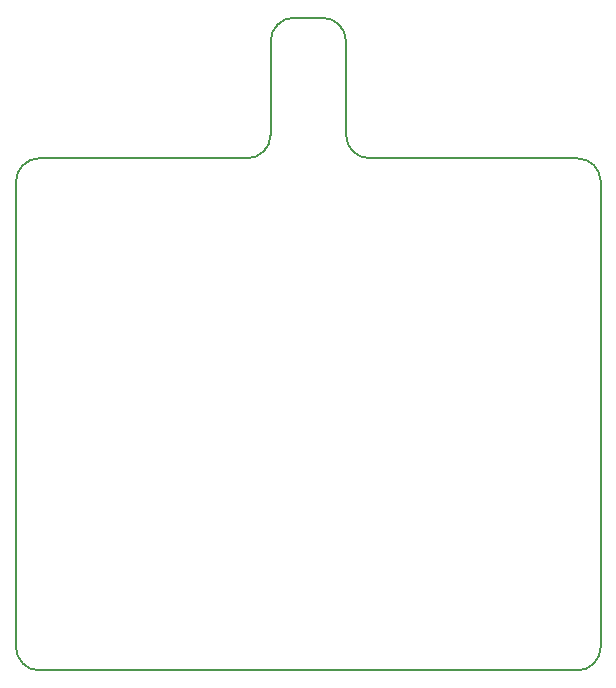
<source format=gm1>
G04 #@! TF.GenerationSoftware,KiCad,Pcbnew,(6.0.9)*
G04 #@! TF.CreationDate,2022-11-21T10:54:09+01:00*
G04 #@! TF.ProjectId,IO Board,494f2042-6f61-4726-942e-6b696361645f,rev?*
G04 #@! TF.SameCoordinates,Original*
G04 #@! TF.FileFunction,Profile,NP*
%FSLAX46Y46*%
G04 Gerber Fmt 4.6, Leading zero omitted, Abs format (unit mm)*
G04 Created by KiCad (PCBNEW (6.0.9)) date 2022-11-21 10:54:09*
%MOMM*%
%LPD*%
G01*
G04 APERTURE LIST*
G04 #@! TA.AperFunction,Profile*
%ADD10C,0.200000*%
G04 #@! TD*
G04 APERTURE END LIST*
D10*
X240401099Y-70116201D02*
G75*
G03*
X238401118Y-68116201I-1999999J1D01*
G01*
X192877870Y-68116170D02*
G75*
G03*
X190877870Y-70116201I30J-2000030D01*
G01*
X218827601Y-66116201D02*
X218827601Y-58216201D01*
X218827601Y-66116201D02*
G75*
G03*
X220827601Y-68116199I1999999J1D01*
G01*
X192877870Y-111480417D02*
X238401118Y-111480417D01*
X210451388Y-68116188D02*
G75*
G03*
X212451388Y-66116201I12J1999988D01*
G01*
X240401118Y-109480417D02*
X240401118Y-70116201D01*
X210451388Y-68116199D02*
X192877870Y-68116201D01*
X190877883Y-109480417D02*
G75*
G03*
X192877870Y-111480417I2000017J17D01*
G01*
X190877870Y-70116201D02*
X190877870Y-109480417D01*
X238401118Y-68116201D02*
X220827601Y-68116199D01*
X218827599Y-58216201D02*
G75*
G03*
X216827601Y-56216201I-1999999J1D01*
G01*
X216827601Y-56216201D02*
X214451388Y-56216201D01*
X214451388Y-56216188D02*
G75*
G03*
X212451388Y-58216201I12J-2000012D01*
G01*
X212451388Y-58216201D02*
X212451388Y-66116201D01*
X238401118Y-111480418D02*
G75*
G03*
X240401118Y-109480417I-18J2000018D01*
G01*
M02*

</source>
